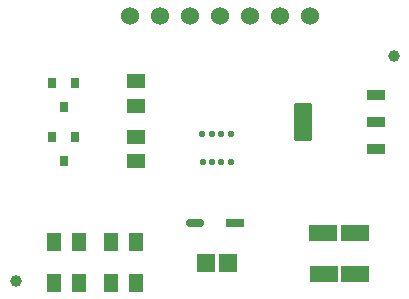
<source format=gtl>
G04*
G04 #@! TF.GenerationSoftware,Altium Limited,Altium Designer,20.1.14 (287)*
G04*
G04 Layer_Physical_Order=1*
G04 Layer_Color=255*
%FSLAX25Y25*%
%MOIN*%
G70*
G04*
G04 #@! TF.SameCoordinates,ED3C4BB4-71E9-4A6E-9139-F99DAA76467E*
G04*
G04*
G04 #@! TF.FilePolarity,Positive*
G04*
G01*
G75*
%ADD16C,0.03937*%
G04:AMPARAMS|DCode=17|XSize=124.02mil|YSize=57.09mil|CornerRadius=2mil|HoleSize=0mil|Usage=FLASHONLY|Rotation=270.000|XOffset=0mil|YOffset=0mil|HoleType=Round|Shape=RoundedRectangle|*
%AMROUNDEDRECTD17*
21,1,0.12402,0.05309,0,0,270.0*
21,1,0.12002,0.05709,0,0,270.0*
1,1,0.00400,-0.02655,-0.06001*
1,1,0.00400,-0.02655,0.06001*
1,1,0.00400,0.02655,0.06001*
1,1,0.00400,0.02655,-0.06001*
%
%ADD17ROUNDEDRECTD17*%
G04:AMPARAMS|DCode=18|XSize=35.43mil|YSize=57.09mil|CornerRadius=1.95mil|HoleSize=0mil|Usage=FLASHONLY|Rotation=270.000|XOffset=0mil|YOffset=0mil|HoleType=Round|Shape=RoundedRectangle|*
%AMROUNDEDRECTD18*
21,1,0.03543,0.05319,0,0,270.0*
21,1,0.03154,0.05709,0,0,270.0*
1,1,0.00390,-0.02659,-0.01577*
1,1,0.00390,-0.02659,0.01577*
1,1,0.00390,0.02659,0.01577*
1,1,0.00390,0.02659,-0.01577*
%
%ADD18ROUNDEDRECTD18*%
G04:AMPARAMS|DCode=19|XSize=61.32mil|YSize=29.23mil|CornerRadius=14.62mil|HoleSize=0mil|Usage=FLASHONLY|Rotation=180.000|XOffset=0mil|YOffset=0mil|HoleType=Round|Shape=RoundedRectangle|*
%AMROUNDEDRECTD19*
21,1,0.06132,0.00000,0,0,180.0*
21,1,0.03209,0.02923,0,0,180.0*
1,1,0.02923,-0.01604,0.00000*
1,1,0.02923,0.01604,0.00000*
1,1,0.02923,0.01604,0.00000*
1,1,0.02923,-0.01604,0.00000*
%
%ADD19ROUNDEDRECTD19*%
%ADD20R,0.06132X0.02923*%
G04:AMPARAMS|DCode=21|XSize=19.68mil|YSize=19.68mil|CornerRadius=2.46mil|HoleSize=0mil|Usage=FLASHONLY|Rotation=270.000|XOffset=0mil|YOffset=0mil|HoleType=Round|Shape=RoundedRectangle|*
%AMROUNDEDRECTD21*
21,1,0.01968,0.01476,0,0,270.0*
21,1,0.01476,0.01968,0,0,270.0*
1,1,0.00492,-0.00738,-0.00738*
1,1,0.00492,-0.00738,0.00738*
1,1,0.00492,0.00738,0.00738*
1,1,0.00492,0.00738,-0.00738*
%
%ADD21ROUNDEDRECTD21*%
%ADD22R,0.06102X0.06102*%
%ADD23R,0.06102X0.04921*%
%ADD24R,0.03150X0.03543*%
%ADD25R,0.04921X0.06102*%
%ADD26R,0.09252X0.05315*%
%ADD37C,0.06000*%
D16*
X68991Y72625D02*
D03*
X195000Y147500D02*
D03*
D17*
X164894Y125500D02*
D03*
D18*
X189106Y134555D02*
D03*
Y125500D02*
D03*
Y116445D02*
D03*
D19*
X128882Y92000D02*
D03*
D20*
X142270D02*
D03*
D21*
X140724Y112276D02*
D03*
X137575D02*
D03*
X134425D02*
D03*
X131276D02*
D03*
X131197Y121724D02*
D03*
X134425D02*
D03*
X137575D02*
D03*
X140724D02*
D03*
D22*
X132358Y78500D02*
D03*
X139642D02*
D03*
D23*
X109000Y120571D02*
D03*
Y112500D02*
D03*
Y131000D02*
D03*
Y139071D02*
D03*
D24*
X88740Y120437D02*
D03*
X81260D02*
D03*
X85000Y112563D02*
D03*
Y130563D02*
D03*
X81260Y138437D02*
D03*
X88740D02*
D03*
D25*
X100929Y72000D02*
D03*
X109000D02*
D03*
X100929Y85500D02*
D03*
X109000D02*
D03*
X90000D02*
D03*
X81929D02*
D03*
X90000Y72000D02*
D03*
X81929D02*
D03*
D26*
X171602Y88500D02*
D03*
X182035D02*
D03*
X171783Y75000D02*
D03*
X182217D02*
D03*
D37*
X107000Y161000D02*
D03*
X117000D02*
D03*
X127000D02*
D03*
X137000D02*
D03*
X147000D02*
D03*
X157000D02*
D03*
X167000D02*
D03*
M02*

</source>
